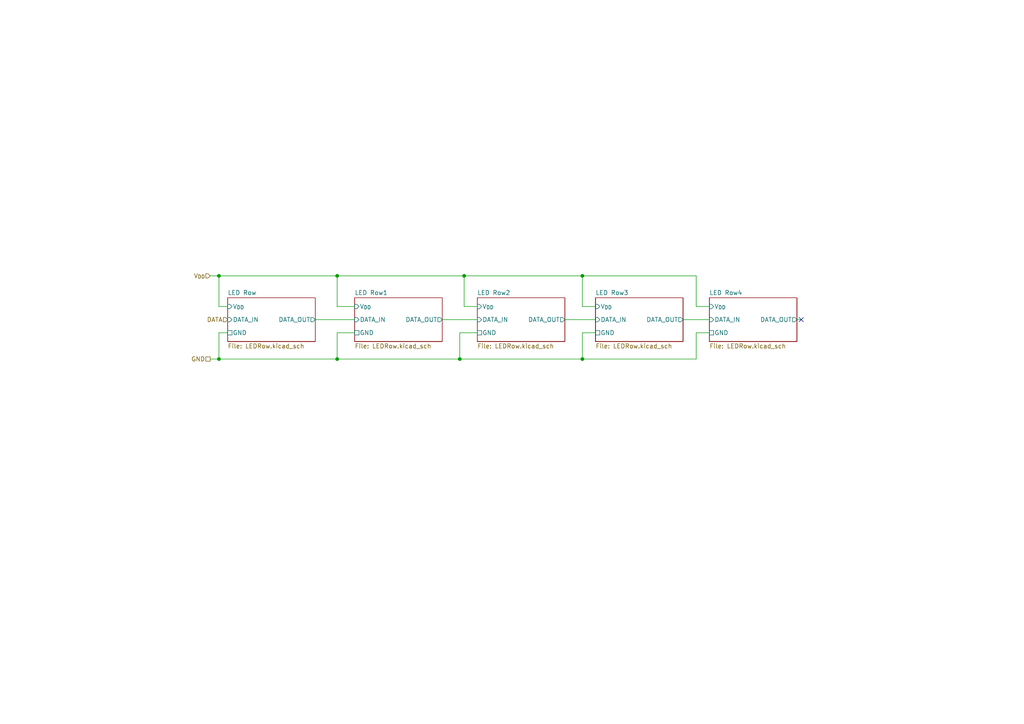
<source format=kicad_sch>
(kicad_sch (version 20211123) (generator eeschema)
  (paper "A4")
  (lib_symbols)
  (junction (at 168.91 104.14))
  (junction (at 133.35 104.14))
  (junction (at 97.79 104.14))
  (junction (at 134.62 80.01))
  (junction (at 168.91 80.01))
  (junction (at 97.79 80.01))
  (junction (at 63.5 80.01))
  (junction (at 63.5 104.14))
  (no_connect (at 232.41 92.71))
  (wire (pts (xy 134.62 80.01) (xy 168.91 80.01)))
  (wire (pts (xy 97.79 104.14) (xy 97.79 96.52)))
  (wire (pts (xy 97.79 80.01) (xy 134.62 80.01)))
  (wire (pts (xy 97.79 96.52) (xy 102.87 96.52)))
  (wire (pts (xy 66.04 88.9) (xy 63.5 88.9)))
  (wire (pts (xy 201.93 96.52) (xy 205.74 96.52)))
  (wire (pts (xy 168.91 80.01) (xy 168.91 88.9)))
  (wire (pts (xy 133.35 104.14) (xy 168.91 104.14)))
  (wire (pts (xy 63.5 96.52) (xy 63.5 104.14)))
  (wire (pts (xy 133.35 96.52) (xy 133.35 104.14)))
  (wire (pts (xy 231.14 92.71) (xy 232.41 92.71)))
  (wire (pts (xy 60.96 80.01) (xy 63.5 80.01)))
  (wire (pts (xy 138.43 88.9) (xy 134.62 88.9)))
  (wire (pts (xy 134.62 80.01) (xy 134.62 88.9)))
  (wire (pts (xy 201.93 80.01) (xy 201.93 88.9)))
  (wire (pts (xy 63.5 80.01) (xy 97.79 80.01)))
  (wire (pts (xy 201.93 96.52) (xy 201.93 104.14)))
  (wire (pts (xy 201.93 88.9) (xy 205.74 88.9)))
  (wire (pts (xy 198.12 92.71) (xy 205.74 92.71)))
  (wire (pts (xy 163.83 92.71) (xy 172.72 92.71)))
  (wire (pts (xy 97.79 80.01) (xy 97.79 88.9)))
  (wire (pts (xy 63.5 80.01) (xy 63.5 88.9)))
  (wire (pts (xy 168.91 104.14) (xy 201.93 104.14)))
  (wire (pts (xy 66.04 96.52) (xy 63.5 96.52)))
  (wire (pts (xy 97.79 104.14) (xy 133.35 104.14)))
  (wire (pts (xy 172.72 96.52) (xy 168.91 96.52)))
  (wire (pts (xy 97.79 88.9) (xy 102.87 88.9)))
  (wire (pts (xy 60.96 104.14) (xy 63.5 104.14)))
  (wire (pts (xy 128.27 92.71) (xy 138.43 92.71)))
  (wire (pts (xy 172.72 88.9) (xy 168.91 88.9)))
  (wire (pts (xy 138.43 96.52) (xy 133.35 96.52)))
  (wire (pts (xy 168.91 80.01) (xy 201.93 80.01)))
  (wire (pts (xy 91.44 92.71) (xy 102.87 92.71)))
  (wire (pts (xy 63.5 104.14) (xy 97.79 104.14)))
  (wire (pts (xy 168.91 96.52) (xy 168.91 104.14)))
  (hierarchical_label "V_{DD}" (shape input) (at 60.96 80.01 180))
  (hierarchical_label "GND" (shape passive) (at 60.96 104.14 180))
  (hierarchical_label "DATA" (shape input) (at 66.04 92.71 180))
  (sheet (at 205.74 86.36) (size 25.4 12.7) (stroke (width 0.1524))
    (property "Sheet name" "LED Row4" (at 205.74 85.6484 0) (effects (justify left bottom)))
    (property "Sheet file" "LEDRow.kicad_sch" (at 205.74 99.6446 0) (effects (justify left top)))
    (pin "GND" passive (at 205.74 96.52 180))
    (pin "DATA_IN" input (at 205.74 92.71 180))
    (pin "V_{DD}" input (at 205.74 88.9 180))
    (pin "DATA_OUT" output (at 231.14 92.71 0))
  )
  (sheet (at 138.43 86.36) (size 25.4 12.7) (stroke (width 0.1524))
    (property "Sheet name" "LED Row2" (at 138.43 85.6484 0) (effects (justify left bottom)))
    (property "Sheet file" "LEDRow.kicad_sch" (at 138.43 99.6446 0) (effects (justify left top)))
    (pin "GND" passive (at 138.43 96.52 180))
    (pin "DATA_IN" input (at 138.43 92.71 180))
    (pin "V_{DD}" input (at 138.43 88.9 180))
    (pin "DATA_OUT" output (at 163.83 92.71 0))
  )
  (sheet (at 172.72 86.36) (size 25.4 12.7) (stroke (width 0.1524))
    (property "Sheet name" "LED Row3" (at 172.72 85.6484 0) (effects (justify left bottom)))
    (property "Sheet file" "LEDRow.kicad_sch" (at 172.72 99.6446 0) (effects (justify left top)))
    (pin "GND" passive (at 172.72 96.52 180))
    (pin "DATA_IN" input (at 172.72 92.71 180))
    (pin "V_{DD}" input (at 172.72 88.9 180))
    (pin "DATA_OUT" output (at 198.12 92.71 0))
  )
  (sheet (at 66.04 86.36) (size 25.4 12.7) (stroke (width 0.1524))
    (property "Sheet name" "LED Row" (at 66.04 85.6484 0) (effects (justify left bottom)))
    (property "Sheet file" "LEDRow.kicad_sch" (at 66.04 99.6446 0) (effects (justify left top)))
    (pin "GND" passive (at 66.04 96.52 180))
    (pin "DATA_IN" input (at 66.04 92.71 180))
    (pin "V_{DD}" input (at 66.04 88.9 180))
    (pin "DATA_OUT" output (at 91.44 92.71 0))
  )
  (sheet (at 102.87 86.36) (size 25.4 12.7) (stroke (width 0.1524))
    (property "Sheet name" "LED Row1" (at 102.87 85.6484 0) (effects (justify left bottom)))
    (property "Sheet file" "LEDRow.kicad_sch" (at 102.87 99.6446 0) (effects (justify left top)))
    (pin "GND" passive (at 102.87 96.52 180))
    (pin "DATA_IN" input (at 102.87 92.71 180))
    (pin "V_{DD}" input (at 102.87 88.9 180))
    (pin "DATA_OUT" output (at 128.27 92.71 0))
  )
)
</source>
